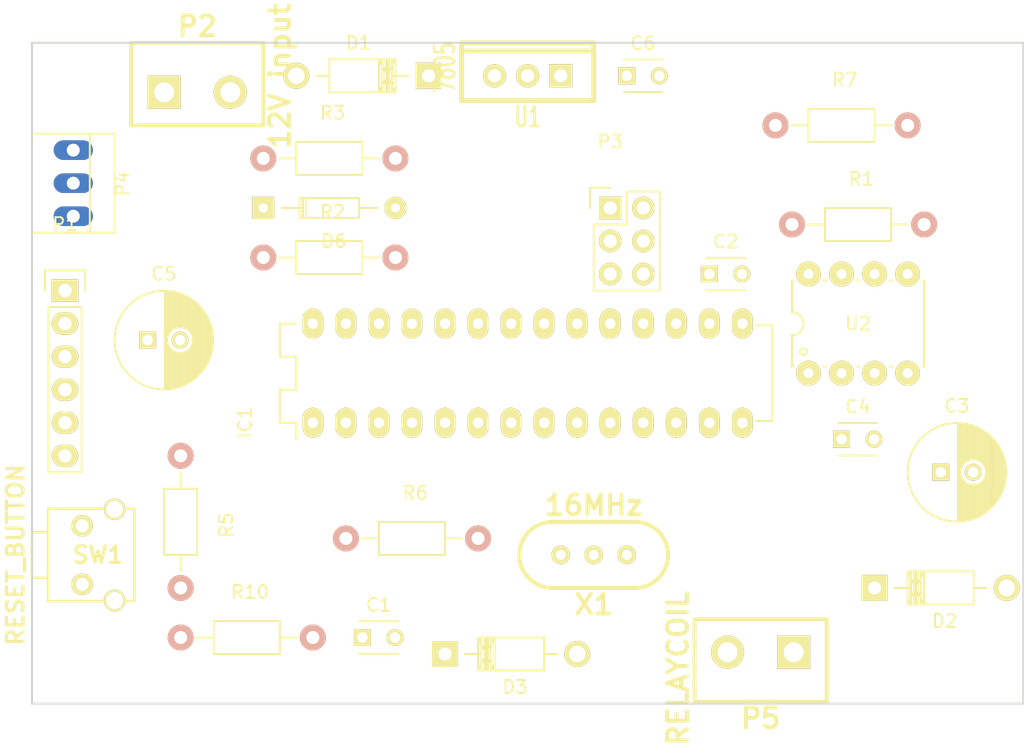
<source format=kicad_pcb>
(kicad_pcb (version 4) (host pcbnew 4.0.2-4+6225~38~ubuntu14.04.1-stable)

  (general
    (links 60)
    (no_connects 60)
    (area 22.66 22.066365 101.675001 91.302452)
    (thickness 1.6)
    (drawings 4)
    (tracks 0)
    (zones 0)
    (modules 27)
    (nets 40)
  )

  (page A4)
  (layers
    (0 F.Cu signal)
    (31 B.Cu signal)
    (32 B.Adhes user)
    (33 F.Adhes user)
    (34 B.Paste user)
    (35 F.Paste user)
    (36 B.SilkS user)
    (37 F.SilkS user)
    (38 B.Mask user)
    (39 F.Mask user)
    (40 Dwgs.User user)
    (41 Cmts.User user)
    (42 Eco1.User user)
    (43 Eco2.User user)
    (44 Edge.Cuts user)
    (45 Margin user)
    (46 B.CrtYd user)
    (47 F.CrtYd user)
    (48 B.Fab user)
    (49 F.Fab user)
  )

  (setup
    (last_trace_width 0.25)
    (trace_clearance 0.2)
    (zone_clearance 0.508)
    (zone_45_only no)
    (trace_min 0.2)
    (segment_width 0.2)
    (edge_width 0.15)
    (via_size 0.6)
    (via_drill 0.4)
    (via_min_size 0.4)
    (via_min_drill 0.3)
    (uvia_size 0.3)
    (uvia_drill 0.1)
    (uvias_allowed no)
    (uvia_min_size 0.2)
    (uvia_min_drill 0.1)
    (pcb_text_width 0.3)
    (pcb_text_size 1.5 1.5)
    (mod_edge_width 0.15)
    (mod_text_size 1 1)
    (mod_text_width 0.15)
    (pad_size 1.524 1.524)
    (pad_drill 0.762)
    (pad_to_mask_clearance 0.2)
    (aux_axis_origin 0 0)
    (visible_elements FFFFEF7F)
    (pcbplotparams
      (layerselection 0x00030_80000001)
      (usegerberextensions false)
      (excludeedgelayer true)
      (linewidth 0.100000)
      (plotframeref false)
      (viasonmask false)
      (mode 1)
      (useauxorigin false)
      (hpglpennumber 1)
      (hpglpenspeed 20)
      (hpglpendiameter 15)
      (hpglpenoverlay 2)
      (psnegative false)
      (psa4output false)
      (plotreference true)
      (plotvalue true)
      (plotinvisibletext false)
      (padsonsilk false)
      (subtractmaskfromsilk false)
      (outputformat 1)
      (mirror false)
      (drillshape 1)
      (scaleselection 1)
      (outputdirectory ""))
  )

  (net 0 "")
  (net 1 /reset)
  (net 2 "Net-(C1-Pad2)")
  (net 3 "Net-(C2-Pad1)")
  (net 4 GND)
  (net 5 VCC)
  (net 6 VDD)
  (net 7 "Net-(D1-Pad2)")
  (net 8 /RELAY_COIL)
  (net 9 /PILOT)
  (net 10 /PP_READ)
  (net 11 /RX)
  (net 12 /TX)
  (net 13 "Net-(IC1-Pad4)")
  (net 14 "Net-(IC1-Pad5)")
  (net 15 "Net-(IC1-Pad6)")
  (net 16 "Net-(IC1-Pad8)")
  (net 17 "Net-(IC1-Pad9)")
  (net 18 "Net-(IC1-Pad10)")
  (net 19 "Net-(IC1-Pad11)")
  (net 20 "Net-(IC1-Pad12)")
  (net 21 "Net-(IC1-Pad13)")
  (net 22 /RELAY)
  (net 23 "Net-(IC1-Pad15)")
  (net 24 /PWM)
  (net 25 /mosi)
  (net 26 /miso)
  (net 27 /sck)
  (net 28 /AMP_READ)
  (net 29 /PILOTREAD)
  (net 30 "Net-(IC1-Pad26)")
  (net 31 "Net-(IC1-Pad27)")
  (net 32 "Net-(IC1-Pad28)")
  (net 33 "Net-(P1-Pad1)")
  (net 34 /PP)
  (net 35 "Net-(R1-Pad2)")
  (net 36 "Net-(SW1-Pad4)")
  (net 37 "Net-(SW1-Pad5)")
  (net 38 "Net-(U2-Pad1)")
  (net 39 "Net-(U2-Pad8)")

  (net_class Default "This is the default net class."
    (clearance 0.2)
    (trace_width 0.25)
    (via_dia 0.6)
    (via_drill 0.4)
    (uvia_dia 0.3)
    (uvia_drill 0.1)
    (add_net /AMP_READ)
    (add_net /PILOT)
    (add_net /PILOTREAD)
    (add_net /PP)
    (add_net /PP_READ)
    (add_net /PWM)
    (add_net /RELAY)
    (add_net /RELAY_COIL)
    (add_net /RX)
    (add_net /TX)
    (add_net /miso)
    (add_net /mosi)
    (add_net /reset)
    (add_net /sck)
    (add_net GND)
    (add_net "Net-(C1-Pad2)")
    (add_net "Net-(C2-Pad1)")
    (add_net "Net-(D1-Pad2)")
    (add_net "Net-(IC1-Pad10)")
    (add_net "Net-(IC1-Pad11)")
    (add_net "Net-(IC1-Pad12)")
    (add_net "Net-(IC1-Pad13)")
    (add_net "Net-(IC1-Pad15)")
    (add_net "Net-(IC1-Pad26)")
    (add_net "Net-(IC1-Pad27)")
    (add_net "Net-(IC1-Pad28)")
    (add_net "Net-(IC1-Pad4)")
    (add_net "Net-(IC1-Pad5)")
    (add_net "Net-(IC1-Pad6)")
    (add_net "Net-(IC1-Pad8)")
    (add_net "Net-(IC1-Pad9)")
    (add_net "Net-(P1-Pad1)")
    (add_net "Net-(R1-Pad2)")
    (add_net "Net-(SW1-Pad4)")
    (add_net "Net-(SW1-Pad5)")
    (add_net "Net-(U2-Pad1)")
    (add_net "Net-(U2-Pad8)")
    (add_net VCC)
    (add_net VDD)
  )

  (module Capacitors_ThroughHole:C_Radial_D7.5_L11.2_P2.5 placed (layer F.Cu) (tedit 0) (tstamp 5715E269)
    (at 95.25 58.42)
    (descr "Radial Electrolytic Capacitor Diameter 7.5mm x Length 11.2mm, Pitch 2.5mm")
    (tags "Electrolytic Capacitor")
    (path /5715A88F)
    (fp_text reference C3 (at 1.25 -5.1) (layer F.SilkS)
      (effects (font (size 1 1) (thickness 0.15)))
    )
    (fp_text value 100uF (at 1.25 5.1) (layer F.Fab)
      (effects (font (size 1 1) (thickness 0.15)))
    )
    (fp_line (start 1.325 -3.749) (end 1.325 3.749) (layer F.SilkS) (width 0.15))
    (fp_line (start 1.465 -3.744) (end 1.465 3.744) (layer F.SilkS) (width 0.15))
    (fp_line (start 1.605 -3.733) (end 1.605 -0.446) (layer F.SilkS) (width 0.15))
    (fp_line (start 1.605 0.446) (end 1.605 3.733) (layer F.SilkS) (width 0.15))
    (fp_line (start 1.745 -3.717) (end 1.745 -0.656) (layer F.SilkS) (width 0.15))
    (fp_line (start 1.745 0.656) (end 1.745 3.717) (layer F.SilkS) (width 0.15))
    (fp_line (start 1.885 -3.696) (end 1.885 -0.789) (layer F.SilkS) (width 0.15))
    (fp_line (start 1.885 0.789) (end 1.885 3.696) (layer F.SilkS) (width 0.15))
    (fp_line (start 2.025 -3.669) (end 2.025 -0.88) (layer F.SilkS) (width 0.15))
    (fp_line (start 2.025 0.88) (end 2.025 3.669) (layer F.SilkS) (width 0.15))
    (fp_line (start 2.165 -3.637) (end 2.165 -0.942) (layer F.SilkS) (width 0.15))
    (fp_line (start 2.165 0.942) (end 2.165 3.637) (layer F.SilkS) (width 0.15))
    (fp_line (start 2.305 -3.599) (end 2.305 -0.981) (layer F.SilkS) (width 0.15))
    (fp_line (start 2.305 0.981) (end 2.305 3.599) (layer F.SilkS) (width 0.15))
    (fp_line (start 2.445 -3.555) (end 2.445 -0.998) (layer F.SilkS) (width 0.15))
    (fp_line (start 2.445 0.998) (end 2.445 3.555) (layer F.SilkS) (width 0.15))
    (fp_line (start 2.585 -3.504) (end 2.585 -0.996) (layer F.SilkS) (width 0.15))
    (fp_line (start 2.585 0.996) (end 2.585 3.504) (layer F.SilkS) (width 0.15))
    (fp_line (start 2.725 -3.448) (end 2.725 -0.974) (layer F.SilkS) (width 0.15))
    (fp_line (start 2.725 0.974) (end 2.725 3.448) (layer F.SilkS) (width 0.15))
    (fp_line (start 2.865 -3.384) (end 2.865 -0.931) (layer F.SilkS) (width 0.15))
    (fp_line (start 2.865 0.931) (end 2.865 3.384) (layer F.SilkS) (width 0.15))
    (fp_line (start 3.005 -3.314) (end 3.005 -0.863) (layer F.SilkS) (width 0.15))
    (fp_line (start 3.005 0.863) (end 3.005 3.314) (layer F.SilkS) (width 0.15))
    (fp_line (start 3.145 -3.236) (end 3.145 -0.764) (layer F.SilkS) (width 0.15))
    (fp_line (start 3.145 0.764) (end 3.145 3.236) (layer F.SilkS) (width 0.15))
    (fp_line (start 3.285 -3.15) (end 3.285 -0.619) (layer F.SilkS) (width 0.15))
    (fp_line (start 3.285 0.619) (end 3.285 3.15) (layer F.SilkS) (width 0.15))
    (fp_line (start 3.425 -3.055) (end 3.425 -0.38) (layer F.SilkS) (width 0.15))
    (fp_line (start 3.425 0.38) (end 3.425 3.055) (layer F.SilkS) (width 0.15))
    (fp_line (start 3.565 -2.95) (end 3.565 2.95) (layer F.SilkS) (width 0.15))
    (fp_line (start 3.705 -2.835) (end 3.705 2.835) (layer F.SilkS) (width 0.15))
    (fp_line (start 3.845 -2.707) (end 3.845 2.707) (layer F.SilkS) (width 0.15))
    (fp_line (start 3.985 -2.566) (end 3.985 2.566) (layer F.SilkS) (width 0.15))
    (fp_line (start 4.125 -2.408) (end 4.125 2.408) (layer F.SilkS) (width 0.15))
    (fp_line (start 4.265 -2.23) (end 4.265 2.23) (layer F.SilkS) (width 0.15))
    (fp_line (start 4.405 -2.027) (end 4.405 2.027) (layer F.SilkS) (width 0.15))
    (fp_line (start 4.545 -1.79) (end 4.545 1.79) (layer F.SilkS) (width 0.15))
    (fp_line (start 4.685 -1.504) (end 4.685 1.504) (layer F.SilkS) (width 0.15))
    (fp_line (start 4.825 -1.132) (end 4.825 1.132) (layer F.SilkS) (width 0.15))
    (fp_line (start 4.965 -0.511) (end 4.965 0.511) (layer F.SilkS) (width 0.15))
    (fp_circle (center 2.5 0) (end 2.5 -1) (layer F.SilkS) (width 0.15))
    (fp_circle (center 1.25 0) (end 1.25 -3.7875) (layer F.SilkS) (width 0.15))
    (fp_circle (center 1.25 0) (end 1.25 -4.1) (layer F.CrtYd) (width 0.05))
    (pad 2 thru_hole circle (at 2.5 0) (size 1.3 1.3) (drill 0.8) (layers *.Cu *.Mask F.SilkS)
      (net 4 GND))
    (pad 1 thru_hole rect (at 0 0) (size 1.3 1.3) (drill 0.8) (layers *.Cu *.Mask F.SilkS)
      (net 5 VCC))
    (model Capacitors_ThroughHole.3dshapes/C_Radial_D7.5_L11.2_P2.5.wrl
      (at (xyz 0 0 0))
      (scale (xyz 1 1 1))
      (rotate (xyz 0 0 0))
    )
  )

  (module Capacitors_ThroughHole:C_Radial_D7.5_L11.2_P2.5 placed (layer F.Cu) (tedit 0) (tstamp 5715E275)
    (at 34.29 48.26)
    (descr "Radial Electrolytic Capacitor Diameter 7.5mm x Length 11.2mm, Pitch 2.5mm")
    (tags "Electrolytic Capacitor")
    (path /571574A0)
    (fp_text reference C5 (at 1.25 -5.1) (layer F.SilkS)
      (effects (font (size 1 1) (thickness 0.15)))
    )
    (fp_text value 100uF (at 1.25 5.1) (layer F.Fab)
      (effects (font (size 1 1) (thickness 0.15)))
    )
    (fp_line (start 1.325 -3.749) (end 1.325 3.749) (layer F.SilkS) (width 0.15))
    (fp_line (start 1.465 -3.744) (end 1.465 3.744) (layer F.SilkS) (width 0.15))
    (fp_line (start 1.605 -3.733) (end 1.605 -0.446) (layer F.SilkS) (width 0.15))
    (fp_line (start 1.605 0.446) (end 1.605 3.733) (layer F.SilkS) (width 0.15))
    (fp_line (start 1.745 -3.717) (end 1.745 -0.656) (layer F.SilkS) (width 0.15))
    (fp_line (start 1.745 0.656) (end 1.745 3.717) (layer F.SilkS) (width 0.15))
    (fp_line (start 1.885 -3.696) (end 1.885 -0.789) (layer F.SilkS) (width 0.15))
    (fp_line (start 1.885 0.789) (end 1.885 3.696) (layer F.SilkS) (width 0.15))
    (fp_line (start 2.025 -3.669) (end 2.025 -0.88) (layer F.SilkS) (width 0.15))
    (fp_line (start 2.025 0.88) (end 2.025 3.669) (layer F.SilkS) (width 0.15))
    (fp_line (start 2.165 -3.637) (end 2.165 -0.942) (layer F.SilkS) (width 0.15))
    (fp_line (start 2.165 0.942) (end 2.165 3.637) (layer F.SilkS) (width 0.15))
    (fp_line (start 2.305 -3.599) (end 2.305 -0.981) (layer F.SilkS) (width 0.15))
    (fp_line (start 2.305 0.981) (end 2.305 3.599) (layer F.SilkS) (width 0.15))
    (fp_line (start 2.445 -3.555) (end 2.445 -0.998) (layer F.SilkS) (width 0.15))
    (fp_line (start 2.445 0.998) (end 2.445 3.555) (layer F.SilkS) (width 0.15))
    (fp_line (start 2.585 -3.504) (end 2.585 -0.996) (layer F.SilkS) (width 0.15))
    (fp_line (start 2.585 0.996) (end 2.585 3.504) (layer F.SilkS) (width 0.15))
    (fp_line (start 2.725 -3.448) (end 2.725 -0.974) (layer F.SilkS) (width 0.15))
    (fp_line (start 2.725 0.974) (end 2.725 3.448) (layer F.SilkS) (width 0.15))
    (fp_line (start 2.865 -3.384) (end 2.865 -0.931) (layer F.SilkS) (width 0.15))
    (fp_line (start 2.865 0.931) (end 2.865 3.384) (layer F.SilkS) (width 0.15))
    (fp_line (start 3.005 -3.314) (end 3.005 -0.863) (layer F.SilkS) (width 0.15))
    (fp_line (start 3.005 0.863) (end 3.005 3.314) (layer F.SilkS) (width 0.15))
    (fp_line (start 3.145 -3.236) (end 3.145 -0.764) (layer F.SilkS) (width 0.15))
    (fp_line (start 3.145 0.764) (end 3.145 3.236) (layer F.SilkS) (width 0.15))
    (fp_line (start 3.285 -3.15) (end 3.285 -0.619) (layer F.SilkS) (width 0.15))
    (fp_line (start 3.285 0.619) (end 3.285 3.15) (layer F.SilkS) (width 0.15))
    (fp_line (start 3.425 -3.055) (end 3.425 -0.38) (layer F.SilkS) (width 0.15))
    (fp_line (start 3.425 0.38) (end 3.425 3.055) (layer F.SilkS) (width 0.15))
    (fp_line (start 3.565 -2.95) (end 3.565 2.95) (layer F.SilkS) (width 0.15))
    (fp_line (start 3.705 -2.835) (end 3.705 2.835) (layer F.SilkS) (width 0.15))
    (fp_line (start 3.845 -2.707) (end 3.845 2.707) (layer F.SilkS) (width 0.15))
    (fp_line (start 3.985 -2.566) (end 3.985 2.566) (layer F.SilkS) (width 0.15))
    (fp_line (start 4.125 -2.408) (end 4.125 2.408) (layer F.SilkS) (width 0.15))
    (fp_line (start 4.265 -2.23) (end 4.265 2.23) (layer F.SilkS) (width 0.15))
    (fp_line (start 4.405 -2.027) (end 4.405 2.027) (layer F.SilkS) (width 0.15))
    (fp_line (start 4.545 -1.79) (end 4.545 1.79) (layer F.SilkS) (width 0.15))
    (fp_line (start 4.685 -1.504) (end 4.685 1.504) (layer F.SilkS) (width 0.15))
    (fp_line (start 4.825 -1.132) (end 4.825 1.132) (layer F.SilkS) (width 0.15))
    (fp_line (start 4.965 -0.511) (end 4.965 0.511) (layer F.SilkS) (width 0.15))
    (fp_circle (center 2.5 0) (end 2.5 -1) (layer F.SilkS) (width 0.15))
    (fp_circle (center 1.25 0) (end 1.25 -3.7875) (layer F.SilkS) (width 0.15))
    (fp_circle (center 1.25 0) (end 1.25 -4.1) (layer F.CrtYd) (width 0.05))
    (pad 2 thru_hole circle (at 2.5 0) (size 1.3 1.3) (drill 0.8) (layers *.Cu *.Mask F.SilkS)
      (net 4 GND))
    (pad 1 thru_hole rect (at 0 0) (size 1.3 1.3) (drill 0.8) (layers *.Cu *.Mask F.SilkS)
      (net 6 VDD))
    (model Capacitors_ThroughHole.3dshapes/C_Radial_D7.5_L11.2_P2.5.wrl
      (at (xyz 0 0 0))
      (scale (xyz 1 1 1))
      (rotate (xyz 0 0 0))
    )
  )

  (module Diodes_ThroughHole:Diode_DO-41_SOD81_Horizontal_RM10 locked placed (layer F.Cu) (tedit 552FFCCE) (tstamp 5715E281)
    (at 55.88 27.94 180)
    (descr "Diode, DO-41, SOD81, Horizontal, RM 10mm,")
    (tags "Diode, DO-41, SOD81, Horizontal, RM 10mm, 1N4007, SB140,")
    (path /5715BF7E)
    (fp_text reference D1 (at 5.38734 2.53746 180) (layer F.SilkS)
      (effects (font (size 1 1) (thickness 0.15)))
    )
    (fp_text value 1N4007 (at 4.37134 -3.55854 180) (layer F.Fab)
      (effects (font (size 1 1) (thickness 0.15)))
    )
    (fp_line (start 7.62 -0.00254) (end 8.636 -0.00254) (layer F.SilkS) (width 0.15))
    (fp_line (start 2.794 -0.00254) (end 1.524 -0.00254) (layer F.SilkS) (width 0.15))
    (fp_line (start 3.048 -1.27254) (end 3.048 1.26746) (layer F.SilkS) (width 0.15))
    (fp_line (start 3.302 -1.27254) (end 3.302 1.26746) (layer F.SilkS) (width 0.15))
    (fp_line (start 3.556 -1.27254) (end 3.556 1.26746) (layer F.SilkS) (width 0.15))
    (fp_line (start 2.794 -1.27254) (end 2.794 1.26746) (layer F.SilkS) (width 0.15))
    (fp_line (start 3.81 -1.27254) (end 2.54 1.26746) (layer F.SilkS) (width 0.15))
    (fp_line (start 2.54 -1.27254) (end 3.81 1.26746) (layer F.SilkS) (width 0.15))
    (fp_line (start 3.81 -1.27254) (end 3.81 1.26746) (layer F.SilkS) (width 0.15))
    (fp_line (start 3.175 -1.27254) (end 3.175 1.26746) (layer F.SilkS) (width 0.15))
    (fp_line (start 2.54 1.26746) (end 2.54 -1.27254) (layer F.SilkS) (width 0.15))
    (fp_line (start 2.54 -1.27254) (end 7.62 -1.27254) (layer F.SilkS) (width 0.15))
    (fp_line (start 7.62 -1.27254) (end 7.62 1.26746) (layer F.SilkS) (width 0.15))
    (fp_line (start 7.62 1.26746) (end 2.54 1.26746) (layer F.SilkS) (width 0.15))
    (pad 2 thru_hole circle (at 10.16 -0.00254) (size 1.99898 1.99898) (drill 1.27) (layers *.Cu *.Mask F.SilkS)
      (net 7 "Net-(D1-Pad2)"))
    (pad 1 thru_hole rect (at 0 -0.00254) (size 1.99898 1.99898) (drill 1.00076) (layers *.Cu *.Mask F.SilkS)
      (net 5 VCC))
  )

  (module Diodes_ThroughHole:Diode_DO-41_SOD81_Horizontal_RM10 placed (layer F.Cu) (tedit 552FFCCE) (tstamp 5715E287)
    (at 90.17 67.31)
    (descr "Diode, DO-41, SOD81, Horizontal, RM 10mm,")
    (tags "Diode, DO-41, SOD81, Horizontal, RM 10mm, 1N4007, SB140,")
    (path /5715B6D7)
    (fp_text reference D2 (at 5.38734 2.53746) (layer F.SilkS)
      (effects (font (size 1 1) (thickness 0.15)))
    )
    (fp_text value 1N4007 (at 4.37134 -3.55854) (layer F.Fab)
      (effects (font (size 1 1) (thickness 0.15)))
    )
    (fp_line (start 7.62 -0.00254) (end 8.636 -0.00254) (layer F.SilkS) (width 0.15))
    (fp_line (start 2.794 -0.00254) (end 1.524 -0.00254) (layer F.SilkS) (width 0.15))
    (fp_line (start 3.048 -1.27254) (end 3.048 1.26746) (layer F.SilkS) (width 0.15))
    (fp_line (start 3.302 -1.27254) (end 3.302 1.26746) (layer F.SilkS) (width 0.15))
    (fp_line (start 3.556 -1.27254) (end 3.556 1.26746) (layer F.SilkS) (width 0.15))
    (fp_line (start 2.794 -1.27254) (end 2.794 1.26746) (layer F.SilkS) (width 0.15))
    (fp_line (start 3.81 -1.27254) (end 2.54 1.26746) (layer F.SilkS) (width 0.15))
    (fp_line (start 2.54 -1.27254) (end 3.81 1.26746) (layer F.SilkS) (width 0.15))
    (fp_line (start 3.81 -1.27254) (end 3.81 1.26746) (layer F.SilkS) (width 0.15))
    (fp_line (start 3.175 -1.27254) (end 3.175 1.26746) (layer F.SilkS) (width 0.15))
    (fp_line (start 2.54 1.26746) (end 2.54 -1.27254) (layer F.SilkS) (width 0.15))
    (fp_line (start 2.54 -1.27254) (end 7.62 -1.27254) (layer F.SilkS) (width 0.15))
    (fp_line (start 7.62 -1.27254) (end 7.62 1.26746) (layer F.SilkS) (width 0.15))
    (fp_line (start 7.62 1.26746) (end 2.54 1.26746) (layer F.SilkS) (width 0.15))
    (pad 2 thru_hole circle (at 10.16 -0.00254 180) (size 1.99898 1.99898) (drill 1.27) (layers *.Cu *.Mask F.SilkS)
      (net 4 GND))
    (pad 1 thru_hole rect (at 0 -0.00254 180) (size 1.99898 1.99898) (drill 1.00076) (layers *.Cu *.Mask F.SilkS)
      (net 8 /RELAY_COIL))
  )

  (module Diodes_ThroughHole:Diode_DO-41_SOD81_Horizontal_RM10 placed (layer F.Cu) (tedit 552FFCCE) (tstamp 5715E28D)
    (at 57.15 72.39)
    (descr "Diode, DO-41, SOD81, Horizontal, RM 10mm,")
    (tags "Diode, DO-41, SOD81, Horizontal, RM 10mm, 1N4007, SB140,")
    (path /57158855)
    (fp_text reference D3 (at 5.38734 2.53746) (layer F.SilkS)
      (effects (font (size 1 1) (thickness 0.15)))
    )
    (fp_text value "13V ZENER" (at 4.37134 -3.55854) (layer F.Fab)
      (effects (font (size 1 1) (thickness 0.15)))
    )
    (fp_line (start 7.62 -0.00254) (end 8.636 -0.00254) (layer F.SilkS) (width 0.15))
    (fp_line (start 2.794 -0.00254) (end 1.524 -0.00254) (layer F.SilkS) (width 0.15))
    (fp_line (start 3.048 -1.27254) (end 3.048 1.26746) (layer F.SilkS) (width 0.15))
    (fp_line (start 3.302 -1.27254) (end 3.302 1.26746) (layer F.SilkS) (width 0.15))
    (fp_line (start 3.556 -1.27254) (end 3.556 1.26746) (layer F.SilkS) (width 0.15))
    (fp_line (start 2.794 -1.27254) (end 2.794 1.26746) (layer F.SilkS) (width 0.15))
    (fp_line (start 3.81 -1.27254) (end 2.54 1.26746) (layer F.SilkS) (width 0.15))
    (fp_line (start 2.54 -1.27254) (end 3.81 1.26746) (layer F.SilkS) (width 0.15))
    (fp_line (start 3.81 -1.27254) (end 3.81 1.26746) (layer F.SilkS) (width 0.15))
    (fp_line (start 3.175 -1.27254) (end 3.175 1.26746) (layer F.SilkS) (width 0.15))
    (fp_line (start 2.54 1.26746) (end 2.54 -1.27254) (layer F.SilkS) (width 0.15))
    (fp_line (start 2.54 -1.27254) (end 7.62 -1.27254) (layer F.SilkS) (width 0.15))
    (fp_line (start 7.62 -1.27254) (end 7.62 1.26746) (layer F.SilkS) (width 0.15))
    (fp_line (start 7.62 1.26746) (end 2.54 1.26746) (layer F.SilkS) (width 0.15))
    (pad 2 thru_hole circle (at 10.16 -0.00254 180) (size 1.99898 1.99898) (drill 1.27) (layers *.Cu *.Mask F.SilkS)
      (net 4 GND))
    (pad 1 thru_hole rect (at 0 -0.00254 180) (size 1.99898 1.99898) (drill 1.00076) (layers *.Cu *.Mask F.SilkS)
      (net 9 /PILOT))
  )

  (module Diodes_ThroughHole:Diode_DO-35_SOD27_Horizontal_RM10 placed (layer F.Cu) (tedit 552FFC30) (tstamp 5715E293)
    (at 43.18 38.1)
    (descr "Diode, DO-35,  SOD27, Horizontal, RM 10mm")
    (tags "Diode, DO-35, SOD27, Horizontal, RM 10mm, 1N4148,")
    (path /5715948C)
    (fp_text reference D6 (at 5.43052 2.53746) (layer F.SilkS)
      (effects (font (size 1 1) (thickness 0.15)))
    )
    (fp_text value 1N4148 (at 4.41452 -3.55854) (layer F.Fab)
      (effects (font (size 1 1) (thickness 0.15)))
    )
    (fp_line (start 7.36652 -0.00254) (end 8.76352 -0.00254) (layer F.SilkS) (width 0.15))
    (fp_line (start 2.92152 -0.00254) (end 1.39752 -0.00254) (layer F.SilkS) (width 0.15))
    (fp_line (start 3.30252 -0.76454) (end 3.30252 0.75946) (layer F.SilkS) (width 0.15))
    (fp_line (start 3.04852 -0.76454) (end 3.04852 0.75946) (layer F.SilkS) (width 0.15))
    (fp_line (start 2.79452 -0.00254) (end 2.79452 0.75946) (layer F.SilkS) (width 0.15))
    (fp_line (start 2.79452 0.75946) (end 7.36652 0.75946) (layer F.SilkS) (width 0.15))
    (fp_line (start 7.36652 0.75946) (end 7.36652 -0.76454) (layer F.SilkS) (width 0.15))
    (fp_line (start 7.36652 -0.76454) (end 2.79452 -0.76454) (layer F.SilkS) (width 0.15))
    (fp_line (start 2.79452 -0.76454) (end 2.79452 -0.00254) (layer F.SilkS) (width 0.15))
    (pad 2 thru_hole circle (at 10.16052 -0.00254 180) (size 1.69926 1.69926) (drill 0.70104) (layers *.Cu *.Mask F.SilkS)
      (net 4 GND))
    (pad 1 thru_hole rect (at 0.00052 -0.00254 180) (size 1.69926 1.69926) (drill 0.70104) (layers *.Cu *.Mask F.SilkS)
      (net 10 /PP_READ))
    (model Diodes_ThroughHole.3dshapes/Diode_DO-35_SOD27_Horizontal_RM10.wrl
      (at (xyz 0.2 0 0))
      (scale (xyz 0.4 0.4 0.4))
      (rotate (xyz 0 0 180))
    )
  )

  (module Pin_Headers:Pin_Header_Straight_1x06 locked (layer F.Cu) (tedit 0) (tstamp 5715E2BD)
    (at 27.94 44.45)
    (descr "Through hole pin header")
    (tags "pin header")
    (path /5715784B)
    (fp_text reference P1 (at 0 -5.1) (layer F.SilkS)
      (effects (font (size 1 1) (thickness 0.15)))
    )
    (fp_text value SERIAL (at 0 -3.1) (layer F.Fab)
      (effects (font (size 1 1) (thickness 0.15)))
    )
    (fp_line (start -1.75 -1.75) (end -1.75 14.45) (layer F.CrtYd) (width 0.05))
    (fp_line (start 1.75 -1.75) (end 1.75 14.45) (layer F.CrtYd) (width 0.05))
    (fp_line (start -1.75 -1.75) (end 1.75 -1.75) (layer F.CrtYd) (width 0.05))
    (fp_line (start -1.75 14.45) (end 1.75 14.45) (layer F.CrtYd) (width 0.05))
    (fp_line (start 1.27 1.27) (end 1.27 13.97) (layer F.SilkS) (width 0.15))
    (fp_line (start 1.27 13.97) (end -1.27 13.97) (layer F.SilkS) (width 0.15))
    (fp_line (start -1.27 13.97) (end -1.27 1.27) (layer F.SilkS) (width 0.15))
    (fp_line (start 1.55 -1.55) (end 1.55 0) (layer F.SilkS) (width 0.15))
    (fp_line (start 1.27 1.27) (end -1.27 1.27) (layer F.SilkS) (width 0.15))
    (fp_line (start -1.55 0) (end -1.55 -1.55) (layer F.SilkS) (width 0.15))
    (fp_line (start -1.55 -1.55) (end 1.55 -1.55) (layer F.SilkS) (width 0.15))
    (pad 1 thru_hole rect (at 0 0) (size 2.032 1.7272) (drill 1.016) (layers *.Cu *.Mask F.SilkS)
      (net 33 "Net-(P1-Pad1)"))
    (pad 2 thru_hole oval (at 0 2.54) (size 2.032 1.7272) (drill 1.016) (layers *.Cu *.Mask F.SilkS)
      (net 4 GND))
    (pad 3 thru_hole oval (at 0 5.08) (size 2.032 1.7272) (drill 1.016) (layers *.Cu *.Mask F.SilkS)
      (net 6 VDD))
    (pad 4 thru_hole oval (at 0 7.62) (size 2.032 1.7272) (drill 1.016) (layers *.Cu *.Mask F.SilkS)
      (net 11 /RX))
    (pad 5 thru_hole oval (at 0 10.16) (size 2.032 1.7272) (drill 1.016) (layers *.Cu *.Mask F.SilkS)
      (net 12 /TX))
    (pad 6 thru_hole oval (at 0 12.7) (size 2.032 1.7272) (drill 1.016) (layers *.Cu *.Mask F.SilkS)
      (net 2 "Net-(C1-Pad2)"))
    (model Pin_Headers.3dshapes/Pin_Header_Straight_1x06.wrl
      (at (xyz 0 -0.25 0))
      (scale (xyz 1 1 1))
      (rotate (xyz 0 0 90))
    )
  )

  (module battery-dlg:CCFLHV locked (layer F.Cu) (tedit 507F78AE) (tstamp 5715E2C3)
    (at 38.1 29.21)
    (descr "Bornier d'alimentation 2 pins")
    (tags DEV)
    (path /5715BE40)
    (fp_text reference P2 (at 0 -5.08) (layer F.SilkS)
      (effects (font (thickness 0.3048)))
    )
    (fp_text value "12V input" (at 6.36016 -1.23952 90) (layer F.SilkS)
      (effects (font (thickness 0.3048)))
    )
    (fp_line (start 5.08 2.54) (end -5.08 2.54) (layer F.SilkS) (width 0.3048))
    (fp_line (start 5.08 2.54) (end 5.08 -3.81) (layer F.SilkS) (width 0.3048))
    (fp_line (start 5.08 -3.81) (end -5.08 -3.81) (layer F.SilkS) (width 0.3048))
    (fp_line (start -5.08 -3.81) (end -5.08 2.54) (layer F.SilkS) (width 0.3048))
    (pad 1 thru_hole rect (at -2.54 0) (size 2.54 2.54) (drill 1.524) (layers *.Cu *.Mask F.SilkS)
      (net 4 GND))
    (pad 2 thru_hole circle (at 2.54 0) (size 2.54 2.54) (drill 1.524) (layers *.Cu *.Mask F.SilkS)
      (net 7 "Net-(D1-Pad2)"))
    (model device/bornier_2.wrl
      (at (xyz 0 0 0))
      (scale (xyz 1 1 1))
      (rotate (xyz 0 0 0))
    )
  )

  (module Pin_Headers:Pin_Header_Straight_2x03 placed (layer F.Cu) (tedit 54EA0A4B) (tstamp 5715E2CD)
    (at 69.85 38.1)
    (descr "Through hole pin header")
    (tags "pin header")
    (path /57157DFA)
    (fp_text reference P3 (at 0 -5.1) (layer F.SilkS)
      (effects (font (size 1 1) (thickness 0.15)))
    )
    (fp_text value ICSP (at 0 -3.1) (layer F.Fab)
      (effects (font (size 1 1) (thickness 0.15)))
    )
    (fp_line (start -1.27 1.27) (end -1.27 6.35) (layer F.SilkS) (width 0.15))
    (fp_line (start -1.55 -1.55) (end 0 -1.55) (layer F.SilkS) (width 0.15))
    (fp_line (start -1.75 -1.75) (end -1.75 6.85) (layer F.CrtYd) (width 0.05))
    (fp_line (start 4.3 -1.75) (end 4.3 6.85) (layer F.CrtYd) (width 0.05))
    (fp_line (start -1.75 -1.75) (end 4.3 -1.75) (layer F.CrtYd) (width 0.05))
    (fp_line (start -1.75 6.85) (end 4.3 6.85) (layer F.CrtYd) (width 0.05))
    (fp_line (start 1.27 -1.27) (end 1.27 1.27) (layer F.SilkS) (width 0.15))
    (fp_line (start 1.27 1.27) (end -1.27 1.27) (layer F.SilkS) (width 0.15))
    (fp_line (start -1.27 6.35) (end 3.81 6.35) (layer F.SilkS) (width 0.15))
    (fp_line (start 3.81 6.35) (end 3.81 1.27) (layer F.SilkS) (width 0.15))
    (fp_line (start -1.55 -1.55) (end -1.55 0) (layer F.SilkS) (width 0.15))
    (fp_line (start 3.81 -1.27) (end 1.27 -1.27) (layer F.SilkS) (width 0.15))
    (fp_line (start 3.81 1.27) (end 3.81 -1.27) (layer F.SilkS) (width 0.15))
    (pad 1 thru_hole rect (at 0 0) (size 1.7272 1.7272) (drill 1.016) (layers *.Cu *.Mask F.SilkS)
      (net 26 /miso))
    (pad 2 thru_hole oval (at 2.54 0) (size 1.7272 1.7272) (drill 1.016) (layers *.Cu *.Mask F.SilkS)
      (net 6 VDD))
    (pad 3 thru_hole oval (at 0 2.54) (size 1.7272 1.7272) (drill 1.016) (layers *.Cu *.Mask F.SilkS)
      (net 27 /sck))
    (pad 4 thru_hole oval (at 2.54 2.54) (size 1.7272 1.7272) (drill 1.016) (layers *.Cu *.Mask F.SilkS)
      (net 25 /mosi))
    (pad 5 thru_hole oval (at 0 5.08) (size 1.7272 1.7272) (drill 1.016) (layers *.Cu *.Mask F.SilkS)
      (net 1 /reset))
    (pad 6 thru_hole oval (at 2.54 5.08) (size 1.7272 1.7272) (drill 1.016) (layers *.Cu *.Mask F.SilkS)
      (net 4 GND))
    (model Pin_Headers.3dshapes/Pin_Header_Straight_2x03.wrl
      (at (xyz 0.05 -0.1 0))
      (scale (xyz 1 1 1))
      (rotate (xyz 0 0 90))
    )
  )

  (module Connect:PINHEAD1-3 locked placed (layer F.Cu) (tedit 0) (tstamp 5715E2D4)
    (at 28.575 36.195 270)
    (path /571582B3)
    (attr virtual)
    (fp_text reference P4 (at 0.05 -3.8 270) (layer F.SilkS)
      (effects (font (size 1 1) (thickness 0.15)))
    )
    (fp_text value Pilot (at 0 3.81 270) (layer F.Fab)
      (effects (font (size 1 1) (thickness 0.15)))
    )
    (fp_line (start -3.81 -3.175) (end -3.81 3.175) (layer F.SilkS) (width 0.15))
    (fp_line (start 3.81 -3.175) (end 3.81 3.175) (layer F.SilkS) (width 0.15))
    (fp_line (start 3.81 -1.27) (end -3.81 -1.27) (layer F.SilkS) (width 0.15))
    (fp_line (start -3.81 -3.175) (end 3.81 -3.175) (layer F.SilkS) (width 0.15))
    (fp_line (start 3.81 3.175) (end -3.81 3.175) (layer F.SilkS) (width 0.15))
    (pad 1 thru_hole oval (at -2.54 0 270) (size 1.50622 3.01498) (drill 0.99822) (layers *.Cu *.Mask)
      (net 34 /PP))
    (pad 2 thru_hole oval (at 0 0 270) (size 1.50622 3.01498) (drill 0.99822) (layers *.Cu *.Mask)
      (net 9 /PILOT))
    (pad 3 thru_hole oval (at 2.54 0 270) (size 1.50622 3.01498) (drill 0.99822) (layers *.Cu *.Mask)
      (net 4 GND))
  )

  (module Resistors_ThroughHole:Resistor_Horizontal_RM10mm placed (layer F.Cu) (tedit 56648415) (tstamp 5715E2DA)
    (at 83.82 39.37)
    (descr "Resistor, Axial,  RM 10mm, 1/3W")
    (tags "Resistor Axial RM 10mm 1/3W")
    (path /57158731)
    (fp_text reference R1 (at 5.32892 -3.50012) (layer F.SilkS)
      (effects (font (size 1 1) (thickness 0.15)))
    )
    (fp_text value 650 (at 5.08 3.81) (layer F.Fab)
      (effects (font (size 1 1) (thickness 0.15)))
    )
    (fp_line (start -1.25 -1.5) (end 11.4 -1.5) (layer F.CrtYd) (width 0.05))
    (fp_line (start -1.25 1.5) (end -1.25 -1.5) (layer F.CrtYd) (width 0.05))
    (fp_line (start 11.4 -1.5) (end 11.4 1.5) (layer F.CrtYd) (width 0.05))
    (fp_line (start -1.25 1.5) (end 11.4 1.5) (layer F.CrtYd) (width 0.05))
    (fp_line (start 2.54 -1.27) (end 7.62 -1.27) (layer F.SilkS) (width 0.15))
    (fp_line (start 7.62 -1.27) (end 7.62 1.27) (layer F.SilkS) (width 0.15))
    (fp_line (start 7.62 1.27) (end 2.54 1.27) (layer F.SilkS) (width 0.15))
    (fp_line (start 2.54 1.27) (end 2.54 -1.27) (layer F.SilkS) (width 0.15))
    (fp_line (start 2.54 0) (end 1.27 0) (layer F.SilkS) (width 0.15))
    (fp_line (start 7.62 0) (end 8.89 0) (layer F.SilkS) (width 0.15))
    (pad 1 thru_hole circle (at 0 0) (size 1.99898 1.99898) (drill 1.00076) (layers *.Cu *.SilkS *.Mask)
      (net 9 /PILOT))
    (pad 2 thru_hole circle (at 10.16 0) (size 1.99898 1.99898) (drill 1.00076) (layers *.Cu *.SilkS *.Mask)
      (net 35 "Net-(R1-Pad2)"))
    (model Resistors_ThroughHole.3dshapes/Resistor_Horizontal_RM10mm.wrl
      (at (xyz 0 0 0))
      (scale (xyz 0.4 0.4 0.4))
      (rotate (xyz 0 0 0))
    )
  )

  (module Resistors_ThroughHole:Resistor_Horizontal_RM10mm placed (layer F.Cu) (tedit 56648415) (tstamp 5715E2E0)
    (at 43.18 41.91)
    (descr "Resistor, Axial,  RM 10mm, 1/3W")
    (tags "Resistor Axial RM 10mm 1/3W")
    (path /57159311)
    (fp_text reference R2 (at 5.32892 -3.50012) (layer F.SilkS)
      (effects (font (size 1 1) (thickness 0.15)))
    )
    (fp_text value 10K (at 5.08 3.81) (layer F.Fab)
      (effects (font (size 1 1) (thickness 0.15)))
    )
    (fp_line (start -1.25 -1.5) (end 11.4 -1.5) (layer F.CrtYd) (width 0.05))
    (fp_line (start -1.25 1.5) (end -1.25 -1.5) (layer F.CrtYd) (width 0.05))
    (fp_line (start 11.4 -1.5) (end 11.4 1.5) (layer F.CrtYd) (width 0.05))
    (fp_line (start -1.25 1.5) (end 11.4 1.5) (layer F.CrtYd) (width 0.05))
    (fp_line (start 2.54 -1.27) (end 7.62 -1.27) (layer F.SilkS) (width 0.15))
    (fp_line (start 7.62 -1.27) (end 7.62 1.27) (layer F.SilkS) (width 0.15))
    (fp_line (start 7.62 1.27) (end 2.54 1.27) (layer F.SilkS) (width 0.15))
    (fp_line (start 2.54 1.27) (end 2.54 -1.27) (layer F.SilkS) (width 0.15))
    (fp_line (start 2.54 0) (end 1.27 0) (layer F.SilkS) (width 0.15))
    (fp_line (start 7.62 0) (end 8.89 0) (layer F.SilkS) (width 0.15))
    (pad 1 thru_hole circle (at 0 0) (size 1.99898 1.99898) (drill 1.00076) (layers *.Cu *.SilkS *.Mask)
      (net 10 /PP_READ))
    (pad 2 thru_hole circle (at 10.16 0) (size 1.99898 1.99898) (drill 1.00076) (layers *.Cu *.SilkS *.Mask)
      (net 34 /PP))
    (model Resistors_ThroughHole.3dshapes/Resistor_Horizontal_RM10mm.wrl
      (at (xyz 0 0 0))
      (scale (xyz 0.4 0.4 0.4))
      (rotate (xyz 0 0 0))
    )
  )

  (module Resistors_ThroughHole:Resistor_Horizontal_RM10mm placed (layer F.Cu) (tedit 56648415) (tstamp 5715E2E6)
    (at 43.18 34.29)
    (descr "Resistor, Axial,  RM 10mm, 1/3W")
    (tags "Resistor Axial RM 10mm 1/3W")
    (path /571591F0)
    (fp_text reference R3 (at 5.32892 -3.50012) (layer F.SilkS)
      (effects (font (size 1 1) (thickness 0.15)))
    )
    (fp_text value 1K (at 5.08 3.81) (layer F.Fab)
      (effects (font (size 1 1) (thickness 0.15)))
    )
    (fp_line (start -1.25 -1.5) (end 11.4 -1.5) (layer F.CrtYd) (width 0.05))
    (fp_line (start -1.25 1.5) (end -1.25 -1.5) (layer F.CrtYd) (width 0.05))
    (fp_line (start 11.4 -1.5) (end 11.4 1.5) (layer F.CrtYd) (width 0.05))
    (fp_line (start -1.25 1.5) (end 11.4 1.5) (layer F.CrtYd) (width 0.05))
    (fp_line (start 2.54 -1.27) (end 7.62 -1.27) (layer F.SilkS) (width 0.15))
    (fp_line (start 7.62 -1.27) (end 7.62 1.27) (layer F.SilkS) (width 0.15))
    (fp_line (start 7.62 1.27) (end 2.54 1.27) (layer F.SilkS) (width 0.15))
    (fp_line (start 2.54 1.27) (end 2.54 -1.27) (layer F.SilkS) (width 0.15))
    (fp_line (start 2.54 0) (end 1.27 0) (layer F.SilkS) (width 0.15))
    (fp_line (start 7.62 0) (end 8.89 0) (layer F.SilkS) (width 0.15))
    (pad 1 thru_hole circle (at 0 0) (size 1.99898 1.99898) (drill 1.00076) (layers *.Cu *.SilkS *.Mask)
      (net 34 /PP))
    (pad 2 thru_hole circle (at 10.16 0) (size 1.99898 1.99898) (drill 1.00076) (layers *.Cu *.SilkS *.Mask)
      (net 6 VDD))
    (model Resistors_ThroughHole.3dshapes/Resistor_Horizontal_RM10mm.wrl
      (at (xyz 0 0 0))
      (scale (xyz 0.4 0.4 0.4))
      (rotate (xyz 0 0 0))
    )
  )

  (module Resistors_ThroughHole:Resistor_Horizontal_RM10mm placed (layer F.Cu) (tedit 56648415) (tstamp 5715E2EC)
    (at 36.83 57.15 270)
    (descr "Resistor, Axial,  RM 10mm, 1/3W")
    (tags "Resistor Axial RM 10mm 1/3W")
    (path /57158CC8)
    (fp_text reference R5 (at 5.32892 -3.50012 270) (layer F.SilkS)
      (effects (font (size 1 1) (thickness 0.15)))
    )
    (fp_text value 56K (at 5.08 3.81 270) (layer F.Fab)
      (effects (font (size 1 1) (thickness 0.15)))
    )
    (fp_line (start -1.25 -1.5) (end 11.4 -1.5) (layer F.CrtYd) (width 0.05))
    (fp_line (start -1.25 1.5) (end -1.25 -1.5) (layer F.CrtYd) (width 0.05))
    (fp_line (start 11.4 -1.5) (end 11.4 1.5) (layer F.CrtYd) (width 0.05))
    (fp_line (start -1.25 1.5) (end 11.4 1.5) (layer F.CrtYd) (width 0.05))
    (fp_line (start 2.54 -1.27) (end 7.62 -1.27) (layer F.SilkS) (width 0.15))
    (fp_line (start 7.62 -1.27) (end 7.62 1.27) (layer F.SilkS) (width 0.15))
    (fp_line (start 7.62 1.27) (end 2.54 1.27) (layer F.SilkS) (width 0.15))
    (fp_line (start 2.54 1.27) (end 2.54 -1.27) (layer F.SilkS) (width 0.15))
    (fp_line (start 2.54 0) (end 1.27 0) (layer F.SilkS) (width 0.15))
    (fp_line (start 7.62 0) (end 8.89 0) (layer F.SilkS) (width 0.15))
    (pad 1 thru_hole circle (at 0 0 270) (size 1.99898 1.99898) (drill 1.00076) (layers *.Cu *.SilkS *.Mask)
      (net 6 VDD))
    (pad 2 thru_hole circle (at 10.16 0 270) (size 1.99898 1.99898) (drill 1.00076) (layers *.Cu *.SilkS *.Mask)
      (net 29 /PILOTREAD))
    (model Resistors_ThroughHole.3dshapes/Resistor_Horizontal_RM10mm.wrl
      (at (xyz 0 0 0))
      (scale (xyz 0.4 0.4 0.4))
      (rotate (xyz 0 0 0))
    )
  )

  (module Resistors_ThroughHole:Resistor_Horizontal_RM10mm placed (layer F.Cu) (tedit 56648415) (tstamp 5715E2F2)
    (at 49.53 63.5)
    (descr "Resistor, Axial,  RM 10mm, 1/3W")
    (tags "Resistor Axial RM 10mm 1/3W")
    (path /57158BF0)
    (fp_text reference R6 (at 5.32892 -3.50012) (layer F.SilkS)
      (effects (font (size 1 1) (thickness 0.15)))
    )
    (fp_text value 100K (at 5.08 3.81) (layer F.Fab)
      (effects (font (size 1 1) (thickness 0.15)))
    )
    (fp_line (start -1.25 -1.5) (end 11.4 -1.5) (layer F.CrtYd) (width 0.05))
    (fp_line (start -1.25 1.5) (end -1.25 -1.5) (layer F.CrtYd) (width 0.05))
    (fp_line (start 11.4 -1.5) (end 11.4 1.5) (layer F.CrtYd) (width 0.05))
    (fp_line (start -1.25 1.5) (end 11.4 1.5) (layer F.CrtYd) (width 0.05))
    (fp_line (start 2.54 -1.27) (end 7.62 -1.27) (layer F.SilkS) (width 0.15))
    (fp_line (start 7.62 -1.27) (end 7.62 1.27) (layer F.SilkS) (width 0.15))
    (fp_line (start 7.62 1.27) (end 2.54 1.27) (layer F.SilkS) (width 0.15))
    (fp_line (start 2.54 1.27) (end 2.54 -1.27) (layer F.SilkS) (width 0.15))
    (fp_line (start 2.54 0) (end 1.27 0) (layer F.SilkS) (width 0.15))
    (fp_line (start 7.62 0) (end 8.89 0) (layer F.SilkS) (width 0.15))
    (pad 1 thru_hole circle (at 0 0) (size 1.99898 1.99898) (drill 1.00076) (layers *.Cu *.SilkS *.Mask)
      (net 29 /PILOTREAD))
    (pad 2 thru_hole circle (at 10.16 0) (size 1.99898 1.99898) (drill 1.00076) (layers *.Cu *.SilkS *.Mask)
      (net 4 GND))
    (model Resistors_ThroughHole.3dshapes/Resistor_Horizontal_RM10mm.wrl
      (at (xyz 0 0 0))
      (scale (xyz 0.4 0.4 0.4))
      (rotate (xyz 0 0 0))
    )
  )

  (module Resistors_ThroughHole:Resistor_Horizontal_RM10mm placed (layer F.Cu) (tedit 56648415) (tstamp 5715E2F8)
    (at 82.55 31.75)
    (descr "Resistor, Axial,  RM 10mm, 1/3W")
    (tags "Resistor Axial RM 10mm 1/3W")
    (path /57158AE1)
    (fp_text reference R7 (at 5.32892 -3.50012) (layer F.SilkS)
      (effects (font (size 1 1) (thickness 0.15)))
    )
    (fp_text value 200K (at 5.08 3.81) (layer F.Fab)
      (effects (font (size 1 1) (thickness 0.15)))
    )
    (fp_line (start -1.25 -1.5) (end 11.4 -1.5) (layer F.CrtYd) (width 0.05))
    (fp_line (start -1.25 1.5) (end -1.25 -1.5) (layer F.CrtYd) (width 0.05))
    (fp_line (start 11.4 -1.5) (end 11.4 1.5) (layer F.CrtYd) (width 0.05))
    (fp_line (start -1.25 1.5) (end 11.4 1.5) (layer F.CrtYd) (width 0.05))
    (fp_line (start 2.54 -1.27) (end 7.62 -1.27) (layer F.SilkS) (width 0.15))
    (fp_line (start 7.62 -1.27) (end 7.62 1.27) (layer F.SilkS) (width 0.15))
    (fp_line (start 7.62 1.27) (end 2.54 1.27) (layer F.SilkS) (width 0.15))
    (fp_line (start 2.54 1.27) (end 2.54 -1.27) (layer F.SilkS) (width 0.15))
    (fp_line (start 2.54 0) (end 1.27 0) (layer F.SilkS) (width 0.15))
    (fp_line (start 7.62 0) (end 8.89 0) (layer F.SilkS) (width 0.15))
    (pad 1 thru_hole circle (at 0 0) (size 1.99898 1.99898) (drill 1.00076) (layers *.Cu *.SilkS *.Mask)
      (net 9 /PILOT))
    (pad 2 thru_hole circle (at 10.16 0) (size 1.99898 1.99898) (drill 1.00076) (layers *.Cu *.SilkS *.Mask)
      (net 29 /PILOTREAD))
    (model Resistors_ThroughHole.3dshapes/Resistor_Horizontal_RM10mm.wrl
      (at (xyz 0 0 0))
      (scale (xyz 0.4 0.4 0.4))
      (rotate (xyz 0 0 0))
    )
  )

  (module Resistors_ThroughHole:Resistor_Horizontal_RM10mm placed (layer F.Cu) (tedit 56648415) (tstamp 5715E2FE)
    (at 36.83 71.12)
    (descr "Resistor, Axial,  RM 10mm, 1/3W")
    (tags "Resistor Axial RM 10mm 1/3W")
    (path /571575CD)
    (fp_text reference R10 (at 5.32892 -3.50012) (layer F.SilkS)
      (effects (font (size 1 1) (thickness 0.15)))
    )
    (fp_text value 10K (at 5.08 3.81) (layer F.Fab)
      (effects (font (size 1 1) (thickness 0.15)))
    )
    (fp_line (start -1.25 -1.5) (end 11.4 -1.5) (layer F.CrtYd) (width 0.05))
    (fp_line (start -1.25 1.5) (end -1.25 -1.5) (layer F.CrtYd) (width 0.05))
    (fp_line (start 11.4 -1.5) (end 11.4 1.5) (layer F.CrtYd) (width 0.05))
    (fp_line (start -1.25 1.5) (end 11.4 1.5) (layer F.CrtYd) (width 0.05))
    (fp_line (start 2.54 -1.27) (end 7.62 -1.27) (layer F.SilkS) (width 0.15))
    (fp_line (start 7.62 -1.27) (end 7.62 1.27) (layer F.SilkS) (width 0.15))
    (fp_line (start 7.62 1.27) (end 2.54 1.27) (layer F.SilkS) (width 0.15))
    (fp_line (start 2.54 1.27) (end 2.54 -1.27) (layer F.SilkS) (width 0.15))
    (fp_line (start 2.54 0) (end 1.27 0) (layer F.SilkS) (width 0.15))
    (fp_line (start 7.62 0) (end 8.89 0) (layer F.SilkS) (width 0.15))
    (pad 1 thru_hole circle (at 0 0) (size 1.99898 1.99898) (drill 1.00076) (layers *.Cu *.SilkS *.Mask)
      (net 6 VDD))
    (pad 2 thru_hole circle (at 10.16 0) (size 1.99898 1.99898) (drill 1.00076) (layers *.Cu *.SilkS *.Mask)
      (net 1 /reset))
    (model Resistors_ThroughHole.3dshapes/Resistor_Horizontal_RM10mm.wrl
      (at (xyz 0 0 0))
      (scale (xyz 0.4 0.4 0.4))
      (rotate (xyz 0 0 0))
    )
  )

  (module battery-dlg:SW-1825027-5 locked (layer F.Cu) (tedit 5072A2AF) (tstamp 5715E306)
    (at 31.75 64.77 180)
    (descr "Bouton poussoir")
    (tags "SWITCH DEV")
    (path /57157622)
    (autoplace_cost180 10)
    (fp_text reference SW1 (at 1.27 0 180) (layer F.SilkS)
      (effects (font (size 1.27 1.27) (thickness 0.254)))
    )
    (fp_text value RESET_BUTTON (at 7.62 0 270) (layer F.SilkS)
      (effects (font (size 1.27 1.27) (thickness 0.254)))
    )
    (fp_line (start 5.1054 1.7526) (end 6.35 1.7526) (layer F.SilkS) (width 0.2032))
    (fp_line (start 5.1054 -1.7526) (end 6.35 -1.7526) (layer F.SilkS) (width 0.2032))
    (fp_line (start 5.1054 -3.556) (end 5.1054 3.556) (layer F.SilkS) (width 0.2032))
    (fp_line (start 6.35 -1.7526) (end 6.35 1.7526) (layer F.SilkS) (width 0.2032))
    (fp_line (start 5.1054 3.556) (end -1.524 3.556) (layer F.SilkS) (width 0.2032))
    (fp_line (start -1.524 3.556) (end -1.524 -3.556) (layer F.SilkS) (width 0.2032))
    (fp_line (start -1.524 -3.556) (end 5.1054 -3.556) (layer F.SilkS) (width 0.2032))
    (pad 1 thru_hole circle (at 2.4892 -2.2606 180) (size 1.651 1.651) (drill 0.9906) (layers *.Cu *.Mask F.SilkS)
      (net 1 /reset))
    (pad 2 thru_hole circle (at 2.4892 2.2352 180) (size 1.651 1.651) (drill 0.9906) (layers *.Cu *.Mask F.SilkS)
      (net 4 GND))
    (pad 4 thru_hole circle (at 0 -3.5052 180) (size 1.651 1.651) (drill 1.2954) (layers *.Cu *.Mask F.SilkS)
      (net 36 "Net-(SW1-Pad4)"))
    (pad 5 thru_hole circle (at 0 3.5052 180) (size 1.651 1.651) (drill 1.2954) (layers *.Cu *.Mask F.SilkS)
      (net 37 "Net-(SW1-Pad5)"))
    (model device/switch_push.wrl
      (at (xyz 0 0 0))
      (scale (xyz 1 1 1))
      (rotate (xyz 0 0 0))
    )
  )

  (module battery-dlg:TO220_7805 locked (layer F.Cu) (tedit 509DDAA1) (tstamp 5715E30D)
    (at 63.5 27.94 90)
    (descr "Regulateur TO220 serie LM78xx")
    (tags "TR TO220")
    (path /57157B40)
    (fp_text reference U1 (at -3.175 0 180) (layer F.SilkS)
      (effects (font (size 1.524 1.016) (thickness 0.2032)))
    )
    (fp_text value 7805 (at 0.635 -6.35 90) (layer F.SilkS)
      (effects (font (size 1.524 1.016) (thickness 0.2032)))
    )
    (fp_line (start 1.905 -5.08) (end 2.54 -5.08) (layer F.SilkS) (width 0.381))
    (fp_line (start 2.54 -5.08) (end 2.54 5.08) (layer F.SilkS) (width 0.381))
    (fp_line (start 2.54 5.08) (end 1.905 5.08) (layer F.SilkS) (width 0.381))
    (fp_line (start -1.905 -5.08) (end 1.905 -5.08) (layer F.SilkS) (width 0.381))
    (fp_line (start 1.905 -5.08) (end 1.905 5.08) (layer F.SilkS) (width 0.381))
    (fp_line (start 1.905 5.08) (end -1.905 5.08) (layer F.SilkS) (width 0.381))
    (fp_line (start -1.905 5.08) (end -1.905 -5.08) (layer F.SilkS) (width 0.381))
    (pad VI thru_hole circle (at 0 -2.54 90) (size 1.778 1.778) (drill 1.016) (layers *.Cu *.Mask F.SilkS)
      (net 5 VCC))
    (pad GND thru_hole circle (at 0 0 90) (size 1.778 1.778) (drill 1.016) (layers *.Cu *.Mask F.SilkS)
      (net 4 GND))
    (pad VO thru_hole rect (at 0 2.54 90) (size 1.778 1.778) (drill 1.016) (layers *.Cu *.Mask F.SilkS)
      (net 6 VDD))
  )

  (module Power_Integrations:PDIP-8 placed (layer F.Cu) (tedit 0) (tstamp 5715E319)
    (at 88.9 46.99)
    (descr "PDIP-8 Standard 300mil 8pin Dual In Line Package")
    (tags "Power Integrations P Package")
    (path /57157B0F)
    (fp_text reference U2 (at 0 0) (layer F.SilkS)
      (effects (font (size 1 1) (thickness 0.15)))
    )
    (fp_text value IXDD604PI (at 0 0) (layer F.Fab)
      (effects (font (size 1 1) (thickness 0.15)))
    )
    (fp_line (start -5.08 0.889) (end -5.08 3.302) (layer F.SilkS) (width 0.15))
    (fp_line (start -5.08 -0.889) (end -5.08 -3.302) (layer F.SilkS) (width 0.15))
    (fp_arc (start -5.08 0) (end -4.191 0) (angle 90) (layer F.SilkS) (width 0.15))
    (fp_arc (start -5.08 0) (end -5.08 -0.889) (angle 90) (layer F.SilkS) (width 0.15))
    (fp_circle (center -4.191 2.159) (end -3.937 2.159) (layer F.SilkS) (width 0.15))
    (fp_line (start 5.08 3.302) (end 4.953 3.302) (layer F.SilkS) (width 0.15))
    (fp_line (start 2.413 3.302) (end 2.667 3.302) (layer F.SilkS) (width 0.15))
    (fp_line (start -0.127 3.302) (end 0.127 3.302) (layer F.SilkS) (width 0.15))
    (fp_line (start -2.667 3.302) (end -2.413 3.302) (layer F.SilkS) (width 0.15))
    (fp_line (start -5.08 3.302) (end -4.953 3.302) (layer F.SilkS) (width 0.15))
    (fp_line (start -5.08 -3.302) (end -4.953 -3.302) (layer F.SilkS) (width 0.15))
    (fp_line (start 5.08 -3.302) (end 4.953 -3.302) (layer F.SilkS) (width 0.15))
    (fp_line (start 2.413 -3.302) (end 2.667 -3.302) (layer F.SilkS) (width 0.15))
    (fp_line (start -0.127 -3.302) (end 0.127 -3.302) (layer F.SilkS) (width 0.15))
    (fp_line (start -2.667 -3.302) (end -2.413 -3.302) (layer F.SilkS) (width 0.15))
    (fp_line (start 5.08 3.302) (end 5.08 -3.302) (layer F.SilkS) (width 0.15))
    (pad 1 thru_hole circle (at -3.81 3.81) (size 1.905 1.905) (drill 0.762) (layers *.Cu *.Mask F.SilkS)
      (net 38 "Net-(U2-Pad1)"))
    (pad 2 thru_hole circle (at -1.27 3.81) (size 1.905 1.905) (drill 0.762) (layers *.Cu *.Mask F.SilkS)
      (net 24 /PWM))
    (pad 3 thru_hole circle (at 1.27 3.81) (size 1.905 1.905) (drill 0.762) (layers *.Cu *.Mask F.SilkS)
      (net 4 GND))
    (pad 4 thru_hole circle (at 3.81 3.81) (size 1.905 1.905) (drill 0.762) (layers *.Cu *.Mask F.SilkS)
      (net 22 /RELAY))
    (pad 5 thru_hole circle (at 3.81 -3.81) (size 1.905 1.905) (drill 0.762) (layers *.Cu *.Mask F.SilkS)
      (net 8 /RELAY_COIL))
    (pad 6 thru_hole circle (at 1.27 -3.81) (size 1.905 1.905) (drill 0.762) (layers *.Cu *.Mask F.SilkS)
      (net 5 VCC))
    (pad 7 thru_hole circle (at -1.27 -3.81) (size 1.905 1.905) (drill 0.762) (layers *.Cu *.Mask F.SilkS)
      (net 35 "Net-(R1-Pad2)"))
    (pad 8 thru_hole circle (at -3.81 -3.81) (size 1.905 1.905) (drill 0.762) (layers *.Cu *.Mask F.SilkS)
      (net 39 "Net-(U2-Pad8)"))
  )

  (module battery-dlg:HC-49V-OR-RESONATOR locked (layer F.Cu) (tedit 50A1A04F) (tstamp 5715E320)
    (at 68.58 64.77 180)
    (descr "Quartz boitier HC-49 Vertical")
    (tags "QUARTZ DEV")
    (path /571573AA)
    (autoplace_cost180 10)
    (fp_text reference X1 (at 0 -3.81 180) (layer F.SilkS)
      (effects (font (thickness 0.3048)))
    )
    (fp_text value 16MHz (at 0 3.81 180) (layer F.SilkS)
      (effects (font (thickness 0.3048)))
    )
    (fp_line (start -3.175 2.54) (end 3.175 2.54) (layer F.SilkS) (width 0.3175))
    (fp_line (start -3.175 -2.54) (end 3.175 -2.54) (layer F.SilkS) (width 0.3175))
    (fp_arc (start 3.175 0) (end 3.175 -2.54) (angle 90) (layer F.SilkS) (width 0.3175))
    (fp_arc (start 3.175 0) (end 5.715 0) (angle 90) (layer F.SilkS) (width 0.3175))
    (fp_arc (start -3.175 0) (end -5.715 0) (angle 90) (layer F.SilkS) (width 0.3175))
    (fp_arc (start -3.175 0) (end -3.175 2.54) (angle 90) (layer F.SilkS) (width 0.3175))
    (pad 1 thru_hole circle (at -2.54 0 180) (size 1.4224 1.4224) (drill 0.762) (layers *.Cu *.Mask F.SilkS)
      (net 18 "Net-(IC1-Pad10)"))
    (pad 2 thru_hole circle (at 2.54 0 180) (size 1.4224 1.4224) (drill 0.762) (layers *.Cu *.Mask F.SilkS)
      (net 17 "Net-(IC1-Pad9)"))
    (pad 3 thru_hole circle (at 0 0 180) (size 1.4224 1.4224) (drill 0.762) (layers *.Cu *.Mask F.SilkS)
      (net 4 GND))
  )

  (module Housings_DIP:DIP-28_W7.62mm_LongPads locked (layer F.Cu) (tedit 5715E6DF) (tstamp 5715E2B3)
    (at 63.5 50.8 90)
    (descr "28-lead dip package, row spacing 7.62 mm (300 mils), longer pads")
    (tags "dil dip 2.54 300")
    (path /57157233)
    (fp_text reference IC1 (at -3.81 -21.73 90) (layer F.SilkS)
      (effects (font (size 1 1) (thickness 0.15)))
    )
    (fp_text value ATMEGA328P-P (at -3.81 -20.23 90) (layer F.Fab)
      (effects (font (size 1 1) (thickness 0.15)))
    )
    (fp_line (start -3.81 -19.05) (end -3.81 -17.78) (layer F.SilkS) (width 0.15))
    (fp_line (start -3.81 -17.78) (end -5.08 -17.78) (layer F.SilkS) (width 0.15))
    (fp_line (start -3.81 -19.05) (end -1.27 -19.05) (layer F.SilkS) (width 0.15))
    (fp_line (start -1.27 -19.05) (end -1.27 -17.78) (layer F.SilkS) (width 0.15))
    (fp_line (start -1.27 -17.78) (end 1.27 -17.78) (layer F.SilkS) (width 0.15))
    (fp_line (start 1.27 -17.78) (end 1.27 -19.05) (layer F.SilkS) (width 0.15))
    (fp_line (start 1.27 -19.05) (end 3.81 -19.05) (layer F.SilkS) (width 0.15))
    (fp_line (start 3.81 -19.05) (end 3.81 -17.78) (layer F.SilkS) (width 0.15))
    (fp_line (start -5.21 -18.96) (end -5.21 18.99) (layer F.CrtYd) (width 0.05))
    (fp_line (start 5.19 -18.96) (end 5.19 18.99) (layer F.CrtYd) (width 0.05))
    (fp_line (start -5.21 -18.96) (end 5.19 -18.96) (layer F.CrtYd) (width 0.05))
    (fp_line (start -5.21 18.99) (end 5.19 18.99) (layer F.CrtYd) (width 0.05))
    (fp_line (start 3.675 18.805) (end 3.675 17.535) (layer F.SilkS) (width 0.15))
    (fp_line (start -3.675 18.805) (end -3.675 17.535) (layer F.SilkS) (width 0.15))
    (fp_line (start -3.675 18.805) (end 3.675 18.805) (layer F.SilkS) (width 0.15))
    (pad 1 thru_hole oval (at -3.81 -16.51 90) (size 2.3 1.6) (drill 0.8) (layers *.Cu *.Mask F.SilkS)
      (net 1 /reset))
    (pad 2 thru_hole oval (at -3.81 -13.97 90) (size 2.3 1.6) (drill 0.8) (layers *.Cu *.Mask F.SilkS)
      (net 11 /RX))
    (pad 3 thru_hole oval (at -3.81 -11.43 90) (size 2.3 1.6) (drill 0.8) (layers *.Cu *.Mask F.SilkS)
      (net 12 /TX))
    (pad 4 thru_hole oval (at -3.81 -8.89 90) (size 2.3 1.6) (drill 0.8) (layers *.Cu *.Mask F.SilkS)
      (net 13 "Net-(IC1-Pad4)"))
    (pad 5 thru_hole oval (at -3.81 -6.35 90) (size 2.3 1.6) (drill 0.8) (layers *.Cu *.Mask F.SilkS)
      (net 14 "Net-(IC1-Pad5)"))
    (pad 6 thru_hole oval (at -3.81 -3.81 90) (size 2.3 1.6) (drill 0.8) (layers *.Cu *.Mask F.SilkS)
      (net 15 "Net-(IC1-Pad6)"))
    (pad 7 thru_hole oval (at -3.81 -1.27 90) (size 2.3 1.6) (drill 0.8) (layers *.Cu *.Mask F.SilkS)
      (net 6 VDD))
    (pad 8 thru_hole oval (at -3.81 1.27 90) (size 2.3 1.6) (drill 0.8) (layers *.Cu *.Mask F.SilkS)
      (net 16 "Net-(IC1-Pad8)"))
    (pad 9 thru_hole oval (at -3.81 3.81 90) (size 2.3 1.6) (drill 0.8) (layers *.Cu *.Mask F.SilkS)
      (net 17 "Net-(IC1-Pad9)"))
    (pad 10 thru_hole oval (at -3.81 6.35 90) (size 2.3 1.6) (drill 0.8) (layers *.Cu *.Mask F.SilkS)
      (net 18 "Net-(IC1-Pad10)"))
    (pad 11 thru_hole oval (at -3.81 8.89 90) (size 2.3 1.6) (drill 0.8) (layers *.Cu *.Mask F.SilkS)
      (net 19 "Net-(IC1-Pad11)"))
    (pad 12 thru_hole oval (at -3.81 11.43 90) (size 2.3 1.6) (drill 0.8) (layers *.Cu *.Mask F.SilkS)
      (net 20 "Net-(IC1-Pad12)"))
    (pad 13 thru_hole oval (at -3.81 13.97 90) (size 2.3 1.6) (drill 0.8) (layers *.Cu *.Mask F.SilkS)
      (net 21 "Net-(IC1-Pad13)"))
    (pad 14 thru_hole oval (at -3.81 16.51 90) (size 2.3 1.6) (drill 0.8) (layers *.Cu *.Mask F.SilkS)
      (net 22 /RELAY))
    (pad 15 thru_hole oval (at 3.81 16.51 90) (size 2.3 1.6) (drill 0.8) (layers *.Cu *.Mask F.SilkS)
      (net 23 "Net-(IC1-Pad15)"))
    (pad 16 thru_hole oval (at 3.81 13.97 90) (size 2.3 1.6) (drill 0.8) (layers *.Cu *.Mask F.SilkS)
      (net 24 /PWM))
    (pad 17 thru_hole oval (at 3.81 11.43 90) (size 2.3 1.6) (drill 0.8) (layers *.Cu *.Mask F.SilkS)
      (net 25 /mosi))
    (pad 18 thru_hole oval (at 3.81 8.89 90) (size 2.3 1.6) (drill 0.8) (layers *.Cu *.Mask F.SilkS)
      (net 26 /miso))
    (pad 19 thru_hole oval (at 3.81 6.35 90) (size 2.3 1.6) (drill 0.8) (layers *.Cu *.Mask F.SilkS)
      (net 27 /sck))
    (pad 20 thru_hole oval (at 3.81 3.81 90) (size 2.3 1.6) (drill 0.8) (layers *.Cu *.Mask F.SilkS)
      (net 6 VDD))
    (pad 21 thru_hole oval (at 3.81 1.27 90) (size 2.3 1.6) (drill 0.8) (layers *.Cu *.Mask F.SilkS)
      (net 3 "Net-(C2-Pad1)"))
    (pad 22 thru_hole oval (at 3.81 -1.27 90) (size 2.3 1.6) (drill 0.8) (layers *.Cu *.Mask F.SilkS)
      (net 4 GND))
    (pad 23 thru_hole oval (at 3.81 -3.81 90) (size 2.3 1.6) (drill 0.8) (layers *.Cu *.Mask F.SilkS)
      (net 28 /AMP_READ))
    (pad 24 thru_hole oval (at 3.81 -6.35 90) (size 2.3 1.6) (drill 0.8) (layers *.Cu *.Mask F.SilkS)
      (net 29 /PILOTREAD))
    (pad 25 thru_hole oval (at 3.81 -8.89 90) (size 2.3 1.6) (drill 0.8) (layers *.Cu *.Mask F.SilkS)
      (net 10 /PP_READ))
    (pad 26 thru_hole oval (at 3.81 -11.43 90) (size 2.3 1.6) (drill 0.8) (layers *.Cu *.Mask F.SilkS)
      (net 30 "Net-(IC1-Pad26)"))
    (pad 27 thru_hole oval (at 3.81 -13.97 90) (size 2.3 1.6) (drill 0.8) (layers *.Cu *.Mask F.SilkS)
      (net 31 "Net-(IC1-Pad27)"))
    (pad 28 thru_hole oval (at 3.81 -16.51 90) (size 2.3 1.6) (drill 0.8) (layers *.Cu *.Mask F.SilkS)
      (net 32 "Net-(IC1-Pad28)"))
    (model Housings_DIP.3dshapes/DIP-28_W7.62mm_LongPads.wrl
      (at (xyz 0 0 0))
      (scale (xyz 1 1 1))
      (rotate (xyz 0 0 0))
    )
  )

  (module Capacitors_ThroughHole:C_Disc_D3_P2.5 placed (layer F.Cu) (tedit 0) (tstamp 5715E9AE)
    (at 50.8 71.12)
    (descr "Capacitor 3mm Disc, Pitch 2.5mm")
    (tags Capacitor)
    (path /571579E5)
    (fp_text reference C1 (at 1.25 -2.5) (layer F.SilkS)
      (effects (font (size 1 1) (thickness 0.15)))
    )
    (fp_text value 104 (at 1.25 2.5) (layer F.Fab)
      (effects (font (size 1 1) (thickness 0.15)))
    )
    (fp_line (start -0.9 -1.5) (end 3.4 -1.5) (layer F.CrtYd) (width 0.05))
    (fp_line (start 3.4 -1.5) (end 3.4 1.5) (layer F.CrtYd) (width 0.05))
    (fp_line (start 3.4 1.5) (end -0.9 1.5) (layer F.CrtYd) (width 0.05))
    (fp_line (start -0.9 1.5) (end -0.9 -1.5) (layer F.CrtYd) (width 0.05))
    (fp_line (start -0.25 -1.25) (end 2.75 -1.25) (layer F.SilkS) (width 0.15))
    (fp_line (start 2.75 1.25) (end -0.25 1.25) (layer F.SilkS) (width 0.15))
    (pad 1 thru_hole rect (at 0 0) (size 1.3 1.3) (drill 0.8) (layers *.Cu *.Mask F.SilkS)
      (net 1 /reset))
    (pad 2 thru_hole circle (at 2.5 0) (size 1.3 1.3) (drill 0.8001) (layers *.Cu *.Mask F.SilkS)
      (net 2 "Net-(C1-Pad2)"))
    (model Capacitors_ThroughHole.3dshapes/C_Disc_D3_P2.5.wrl
      (at (xyz 0.0492126 0 0))
      (scale (xyz 1 1 1))
      (rotate (xyz 0 0 0))
    )
  )

  (module Capacitors_ThroughHole:C_Disc_D3_P2.5 placed (layer F.Cu) (tedit 0) (tstamp 5715E9B3)
    (at 77.47 43.18)
    (descr "Capacitor 3mm Disc, Pitch 2.5mm")
    (tags Capacitor)
    (path /5715726D)
    (fp_text reference C2 (at 1.25 -2.5) (layer F.SilkS)
      (effects (font (size 1 1) (thickness 0.15)))
    )
    (fp_text value 104 (at 1.25 2.5) (layer F.Fab)
      (effects (font (size 1 1) (thickness 0.15)))
    )
    (fp_line (start -0.9 -1.5) (end 3.4 -1.5) (layer F.CrtYd) (width 0.05))
    (fp_line (start 3.4 -1.5) (end 3.4 1.5) (layer F.CrtYd) (width 0.05))
    (fp_line (start 3.4 1.5) (end -0.9 1.5) (layer F.CrtYd) (width 0.05))
    (fp_line (start -0.9 1.5) (end -0.9 -1.5) (layer F.CrtYd) (width 0.05))
    (fp_line (start -0.25 -1.25) (end 2.75 -1.25) (layer F.SilkS) (width 0.15))
    (fp_line (start 2.75 1.25) (end -0.25 1.25) (layer F.SilkS) (width 0.15))
    (pad 1 thru_hole rect (at 0 0) (size 1.3 1.3) (drill 0.8) (layers *.Cu *.Mask F.SilkS)
      (net 3 "Net-(C2-Pad1)"))
    (pad 2 thru_hole circle (at 2.5 0) (size 1.3 1.3) (drill 0.8001) (layers *.Cu *.Mask F.SilkS)
      (net 4 GND))
    (model Capacitors_ThroughHole.3dshapes/C_Disc_D3_P2.5.wrl
      (at (xyz 0.0492126 0 0))
      (scale (xyz 1 1 1))
      (rotate (xyz 0 0 0))
    )
  )

  (module Capacitors_ThroughHole:C_Disc_D3_P2.5 placed (layer F.Cu) (tedit 0) (tstamp 5715E9B8)
    (at 87.63 55.88)
    (descr "Capacitor 3mm Disc, Pitch 2.5mm")
    (tags Capacitor)
    (path /5715A834)
    (fp_text reference C4 (at 1.25 -2.5) (layer F.SilkS)
      (effects (font (size 1 1) (thickness 0.15)))
    )
    (fp_text value 104 (at 1.25 2.5) (layer F.Fab)
      (effects (font (size 1 1) (thickness 0.15)))
    )
    (fp_line (start -0.9 -1.5) (end 3.4 -1.5) (layer F.CrtYd) (width 0.05))
    (fp_line (start 3.4 -1.5) (end 3.4 1.5) (layer F.CrtYd) (width 0.05))
    (fp_line (start 3.4 1.5) (end -0.9 1.5) (layer F.CrtYd) (width 0.05))
    (fp_line (start -0.9 1.5) (end -0.9 -1.5) (layer F.CrtYd) (width 0.05))
    (fp_line (start -0.25 -1.25) (end 2.75 -1.25) (layer F.SilkS) (width 0.15))
    (fp_line (start 2.75 1.25) (end -0.25 1.25) (layer F.SilkS) (width 0.15))
    (pad 1 thru_hole rect (at 0 0) (size 1.3 1.3) (drill 0.8) (layers *.Cu *.Mask F.SilkS)
      (net 5 VCC))
    (pad 2 thru_hole circle (at 2.5 0) (size 1.3 1.3) (drill 0.8001) (layers *.Cu *.Mask F.SilkS)
      (net 4 GND))
    (model Capacitors_ThroughHole.3dshapes/C_Disc_D3_P2.5.wrl
      (at (xyz 0.0492126 0 0))
      (scale (xyz 1 1 1))
      (rotate (xyz 0 0 0))
    )
  )

  (module Capacitors_ThroughHole:C_Disc_D3_P2.5 placed (layer F.Cu) (tedit 0) (tstamp 5715E9BD)
    (at 71.12 27.94)
    (descr "Capacitor 3mm Disc, Pitch 2.5mm")
    (tags Capacitor)
    (path /5715730A)
    (fp_text reference C6 (at 1.25 -2.5) (layer F.SilkS)
      (effects (font (size 1 1) (thickness 0.15)))
    )
    (fp_text value 104 (at 1.25 2.5) (layer F.Fab)
      (effects (font (size 1 1) (thickness 0.15)))
    )
    (fp_line (start -0.9 -1.5) (end 3.4 -1.5) (layer F.CrtYd) (width 0.05))
    (fp_line (start 3.4 -1.5) (end 3.4 1.5) (layer F.CrtYd) (width 0.05))
    (fp_line (start 3.4 1.5) (end -0.9 1.5) (layer F.CrtYd) (width 0.05))
    (fp_line (start -0.9 1.5) (end -0.9 -1.5) (layer F.CrtYd) (width 0.05))
    (fp_line (start -0.25 -1.25) (end 2.75 -1.25) (layer F.SilkS) (width 0.15))
    (fp_line (start 2.75 1.25) (end -0.25 1.25) (layer F.SilkS) (width 0.15))
    (pad 1 thru_hole rect (at 0 0) (size 1.3 1.3) (drill 0.8) (layers *.Cu *.Mask F.SilkS)
      (net 6 VDD))
    (pad 2 thru_hole circle (at 2.5 0) (size 1.3 1.3) (drill 0.8001) (layers *.Cu *.Mask F.SilkS)
      (net 4 GND))
    (model Capacitors_ThroughHole.3dshapes/C_Disc_D3_P2.5.wrl
      (at (xyz 0.0492126 0 0))
      (scale (xyz 1 1 1))
      (rotate (xyz 0 0 0))
    )
  )

  (module battery-dlg:CCFLHV (layer F.Cu) (tedit 507F78AE) (tstamp 5716D700)
    (at 81.41 72.25 180)
    (descr "Bornier d'alimentation 2 pins")
    (tags DEV)
    (path /5716D762)
    (fp_text reference P5 (at 0 -5.08 180) (layer F.SilkS)
      (effects (font (thickness 0.3048)))
    )
    (fp_text value RELAYCOIL (at 6.36016 -1.23952 270) (layer F.SilkS)
      (effects (font (thickness 0.3048)))
    )
    (fp_line (start 5.08 2.54) (end -5.08 2.54) (layer F.SilkS) (width 0.3048))
    (fp_line (start 5.08 2.54) (end 5.08 -3.81) (layer F.SilkS) (width 0.3048))
    (fp_line (start 5.08 -3.81) (end -5.08 -3.81) (layer F.SilkS) (width 0.3048))
    (fp_line (start -5.08 -3.81) (end -5.08 2.54) (layer F.SilkS) (width 0.3048))
    (pad 1 thru_hole rect (at -2.54 0 180) (size 2.54 2.54) (drill 1.524) (layers *.Cu *.Mask F.SilkS)
      (net 8 /RELAY_COIL))
    (pad 2 thru_hole circle (at 2.54 0 180) (size 2.54 2.54) (drill 1.524) (layers *.Cu *.Mask F.SilkS)
      (net 4 GND))
    (model device/bornier_2.wrl
      (at (xyz 0 0 0))
      (scale (xyz 1 1 1))
      (rotate (xyz 0 0 0))
    )
  )

  (gr_line (start 25.4 76.2) (end 25.4 25.4) (layer Edge.Cuts) (width 0.15))
  (gr_line (start 101.6 76.2) (end 25.4 76.2) (layer Edge.Cuts) (width 0.15))
  (gr_line (start 101.6 25.4) (end 101.6 76.2) (layer Edge.Cuts) (width 0.15))
  (gr_line (start 25.4 25.4) (end 101.6 25.4) (layer Edge.Cuts) (width 0.15))

)

</source>
